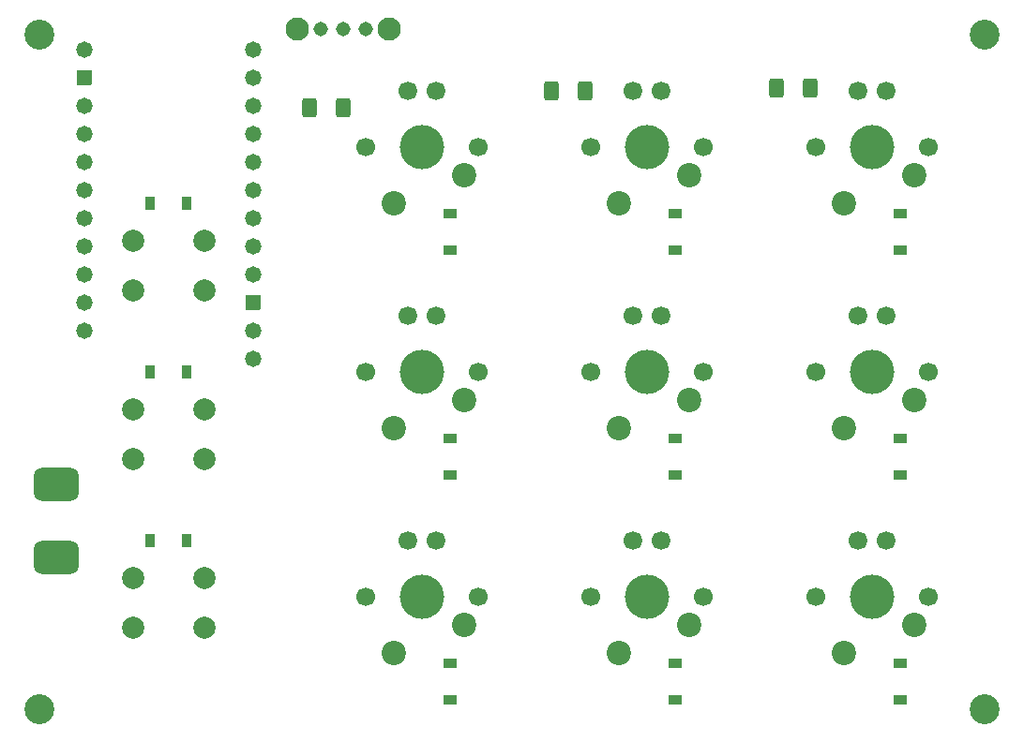
<source format=gbs>
%TF.GenerationSoftware,KiCad,Pcbnew,(6.0.7-1)-1*%
%TF.CreationDate,2022-10-02T14:30:12-04:00*%
%TF.ProjectId,Macro_Keyboard_V1.1,4d616372-6f5f-44b6-9579-626f6172645f,1.1*%
%TF.SameCoordinates,Original*%
%TF.FileFunction,Soldermask,Bot*%
%TF.FilePolarity,Negative*%
%FSLAX46Y46*%
G04 Gerber Fmt 4.6, Leading zero omitted, Abs format (unit mm)*
G04 Created by KiCad (PCBNEW (6.0.7-1)-1) date 2022-10-02 14:30:12*
%MOMM*%
%LPD*%
G01*
G04 APERTURE LIST*
G04 Aperture macros list*
%AMRoundRect*
0 Rectangle with rounded corners*
0 $1 Rounding radius*
0 $2 $3 $4 $5 $6 $7 $8 $9 X,Y pos of 4 corners*
0 Add a 4 corners polygon primitive as box body*
4,1,4,$2,$3,$4,$5,$6,$7,$8,$9,$2,$3,0*
0 Add four circle primitives for the rounded corners*
1,1,$1+$1,$2,$3*
1,1,$1+$1,$4,$5*
1,1,$1+$1,$6,$7*
1,1,$1+$1,$8,$9*
0 Add four rect primitives between the rounded corners*
20,1,$1+$1,$2,$3,$4,$5,0*
20,1,$1+$1,$4,$5,$6,$7,0*
20,1,$1+$1,$6,$7,$8,$9,0*
20,1,$1+$1,$8,$9,$2,$3,0*%
G04 Aperture macros list end*
%ADD10R,1.200000X0.900000*%
%ADD11R,0.900000X1.200000*%
%ADD12C,1.700000*%
%ADD13C,4.000000*%
%ADD14C,2.200000*%
%ADD15C,1.690600*%
%ADD16C,2.700000*%
%ADD17C,2.000000*%
%ADD18C,1.308000*%
%ADD19C,2.100000*%
%ADD20RoundRect,0.250000X-0.400000X-0.625000X0.400000X-0.625000X0.400000X0.625000X-0.400000X0.625000X0*%
%ADD21C,1.473200*%
%ADD22RoundRect,0.025400X0.635000X0.635000X-0.635000X0.635000X-0.635000X-0.635000X0.635000X-0.635000X0*%
%ADD23RoundRect,0.753563X1.278437X-0.753562X1.278437X0.753562X-1.278437X0.753562X-1.278437X-0.753562X0*%
G04 APERTURE END LIST*
D10*
%TO.C,D3*%
X116840000Y-44830000D03*
X116840000Y-41530000D03*
%TD*%
D11*
%TO.C,D10*%
X52450000Y-71120000D03*
X49150000Y-71120000D03*
%TD*%
D10*
%TO.C,D1*%
X76200000Y-44830000D03*
X76200000Y-41530000D03*
%TD*%
%TO.C,D2*%
X96520000Y-44830000D03*
X96520000Y-41530000D03*
%TD*%
%TO.C,D8*%
X96520000Y-85470000D03*
X96520000Y-82170000D03*
%TD*%
%TO.C,D5*%
X96520000Y-65150000D03*
X96520000Y-61850000D03*
%TD*%
%TO.C,D6*%
X116840000Y-65150000D03*
X116840000Y-61850000D03*
%TD*%
%TO.C,D7*%
X76200000Y-85470000D03*
X76200000Y-82170000D03*
%TD*%
%TO.C,D4*%
X76200000Y-65150000D03*
X76200000Y-61850000D03*
%TD*%
D11*
%TO.C,D12*%
X52450000Y-40640000D03*
X49150000Y-40640000D03*
%TD*%
%TO.C,D11*%
X52450000Y-55880000D03*
X49150000Y-55880000D03*
%TD*%
D10*
%TO.C,D9*%
X116840000Y-85470000D03*
X116840000Y-82170000D03*
%TD*%
D12*
%TO.C,SW7*%
X68580000Y-76200000D03*
X78740000Y-76200000D03*
D13*
X73660000Y-76200000D03*
D14*
X77470000Y-78740000D03*
X71120000Y-81280000D03*
D15*
X74930000Y-71120000D03*
X72390000Y-71120000D03*
%TD*%
D12*
%TO.C,SW8*%
X88900000Y-76200000D03*
D13*
X93980000Y-76200000D03*
D12*
X99060000Y-76200000D03*
D14*
X97790000Y-78740000D03*
X91440000Y-81280000D03*
D15*
X95250000Y-71120000D03*
X92710000Y-71120000D03*
%TD*%
D13*
%TO.C,SW2*%
X93980000Y-35560000D03*
D12*
X99060000Y-35560000D03*
X88900000Y-35560000D03*
D14*
X97790000Y-38100000D03*
X91440000Y-40640000D03*
D15*
X95250000Y-30480000D03*
X92710000Y-30480000D03*
%TD*%
D16*
%TO.C,REF\u002A\u002A*%
X124460000Y-86360000D03*
%TD*%
D12*
%TO.C,SW6*%
X119380000Y-55880000D03*
X109220000Y-55880000D03*
D13*
X114300000Y-55880000D03*
D14*
X118110000Y-58420000D03*
X111760000Y-60960000D03*
D15*
X115570000Y-50800000D03*
X113030000Y-50800000D03*
%TD*%
D17*
%TO.C,SW11*%
X54050000Y-59218000D03*
X47550000Y-59218000D03*
X54050000Y-63718000D03*
X47550000Y-63718000D03*
%TD*%
D12*
%TO.C,SW4*%
X68580000Y-55880000D03*
X78740000Y-55880000D03*
D13*
X73660000Y-55880000D03*
D14*
X77470000Y-58420000D03*
X71120000Y-60960000D03*
D15*
X74930000Y-50800000D03*
X72390000Y-50800000D03*
%TD*%
D12*
%TO.C,SW9*%
X109220000Y-76200000D03*
X119380000Y-76200000D03*
D13*
X114300000Y-76200000D03*
D14*
X118110000Y-78740000D03*
X111760000Y-81280000D03*
D15*
X115570000Y-71120000D03*
X113030000Y-71120000D03*
%TD*%
D12*
%TO.C,SW1*%
X68580000Y-35560000D03*
X78740000Y-35560000D03*
D13*
X73660000Y-35560000D03*
D14*
X77470000Y-38100000D03*
X71120000Y-40640000D03*
D15*
X74930000Y-30480000D03*
X72390000Y-30480000D03*
%TD*%
D12*
%TO.C,SW5*%
X88900000Y-55880000D03*
X99060000Y-55880000D03*
D13*
X93980000Y-55880000D03*
D14*
X97790000Y-58420000D03*
X91440000Y-60960000D03*
D15*
X95250000Y-50800000D03*
X92710000Y-50800000D03*
%TD*%
D16*
%TO.C,REF\u002A\u002A*%
X39116000Y-86360000D03*
%TD*%
%TO.C,REF\u002A\u002A*%
X39116000Y-25400000D03*
%TD*%
D17*
%TO.C,SW10*%
X47550000Y-74458000D03*
X54050000Y-74458000D03*
X54050000Y-78958000D03*
X47550000Y-78958000D03*
%TD*%
D13*
%TO.C,SW3*%
X114300000Y-35560000D03*
D12*
X119380000Y-35560000D03*
X109220000Y-35560000D03*
D14*
X118110000Y-38100000D03*
X111760000Y-40640000D03*
D15*
X115570000Y-30480000D03*
X113030000Y-30480000D03*
%TD*%
D16*
%TO.C,REF\u002A\u002A*%
X124460000Y-25400000D03*
%TD*%
D17*
%TO.C,SW12*%
X54050000Y-43978000D03*
X47550000Y-43978000D03*
X47550000Y-48478000D03*
X54050000Y-48478000D03*
%TD*%
D18*
%TO.C,SW13*%
X64548000Y-24892000D03*
X66548000Y-24892000D03*
X68548000Y-24892000D03*
D19*
X62398000Y-24892000D03*
X70698000Y-24892000D03*
%TD*%
D20*
%TO.C,R2*%
X85318000Y-30480000D03*
X88418000Y-30480000D03*
%TD*%
D21*
%TO.C,U1*%
X43180000Y-26733638D03*
D22*
X43180000Y-29273638D03*
D21*
X43180000Y-31813638D03*
X43180000Y-34353638D03*
X43180000Y-36893638D03*
X43180000Y-39433638D03*
X43180000Y-41973638D03*
X43180000Y-44513638D03*
X43180000Y-47053638D03*
X43180000Y-49593638D03*
X43180000Y-52133638D03*
X58420000Y-54673638D03*
X58420000Y-52133638D03*
D22*
X58420000Y-49593638D03*
D21*
X58420000Y-47053638D03*
X58420000Y-44513638D03*
X58420000Y-41973638D03*
X58420000Y-39433638D03*
X58420000Y-36893638D03*
X58420000Y-34353638D03*
X58420000Y-31813638D03*
X58420000Y-29273638D03*
X58420000Y-26733638D03*
%TD*%
D23*
%TO.C,-*%
X40640000Y-72627125D03*
%TD*%
%TO.C,+*%
X40640000Y-66023125D03*
%TD*%
D20*
%TO.C,R3*%
X105638000Y-30214000D03*
X108738000Y-30214000D03*
%TD*%
%TO.C,R1*%
X63474000Y-32004000D03*
X66574000Y-32004000D03*
%TD*%
M02*

</source>
